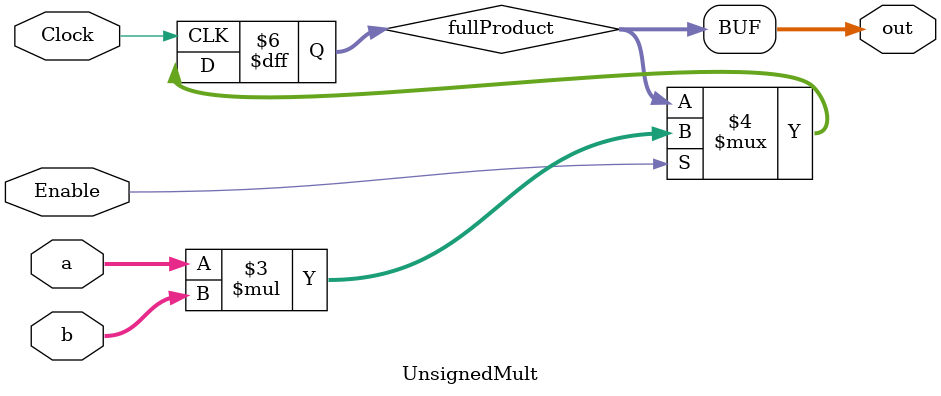
<source format=v>
/*
	UnsignedMult.v
*/
	
`timescale 1ns / 1ps

module UnsignedMult #(parameter WidthA = 8,
                                WidthB = 8,
                                WidthOut = 16)
                     (output wire [WidthOut-1:0] out, 
                      input wire  [WidthA-1:0]  a, 
                      input wire  [WidthB-1:0]  b,
					  input wire  Enable,
                      input wire  Clock);
    
    reg [WidthA + WidthB-1 : 0] fullProduct;
    assign out = fullProduct [WidthA+WidthB-1 -: WidthOut];
//  assign out = fullProduct [WidthA+WidthB-1 : WidthA+WidthB-WidthOut];
    
    always @ (posedge Clock)
    begin
	    if (Enable == 1)
		begin
		    fullProduct <= a * b;                           
		end
	end 	
endmodule

</source>
